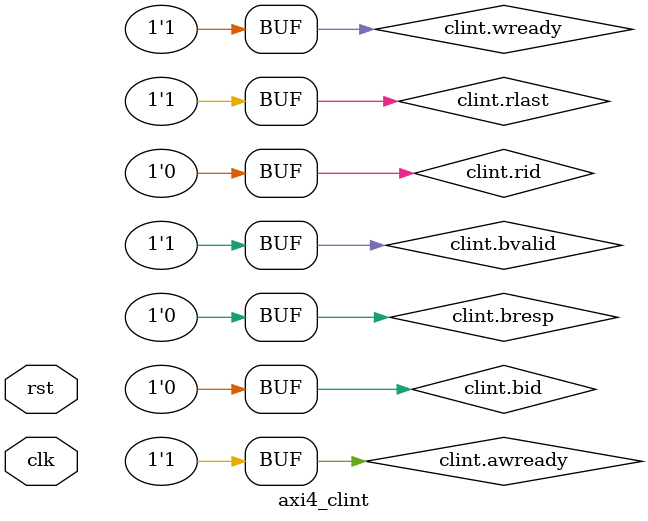
<source format=sv>
module axi4_clint(
    input clk,
    input rst,

    axi4_interface.slave clint
);
    reg [63:0] mtime;
    always @(posedge clk) begin
        if(rst) begin
            mtime <= 0;
        end else begin
            mtime <= mtime + 1;
        end
    end

    typedef enum logic {IDLE, READ} state_t;
    state_t state;

    always @(posedge clk) begin
        if(rst) begin
            state <= IDLE;
        end
        else begin
            case (state)
                IDLE: begin
                    clint.arready <= 1;
                    clint.rvalid <= 0;
                    if(clint.arvalid) begin
                        state <= READ;
                        clint.rvalid <= 1;
                        clint.arready <= 0;
                        if(clint.araddr == 32'h02000000) begin
                            clint.rdata <= mtime[31:0];
                        end
                        else if(clint.araddr == 32'h02000004) begin
                            clint.rdata <= mtime[63:32];
                        end
                        else begin
                            clint.rdata <= 0;
                        end
                    end
                end
                READ: begin
                    if(clint.rready) begin
                        state <= IDLE;
                        clint.rvalid <= 0;
                        clint.arready <= 1;
                    end
                end
            endcase
        end
    end

    assign clint.awready = 1;
    assign clint.wready = 1;
    assign clint.bvalid = 1;
    assign clint.bresp = 0;
    assign clint.bid = 0;
    assign clint.rlast = 1;
    assign clint.rid = 0;

endmodule

</source>
